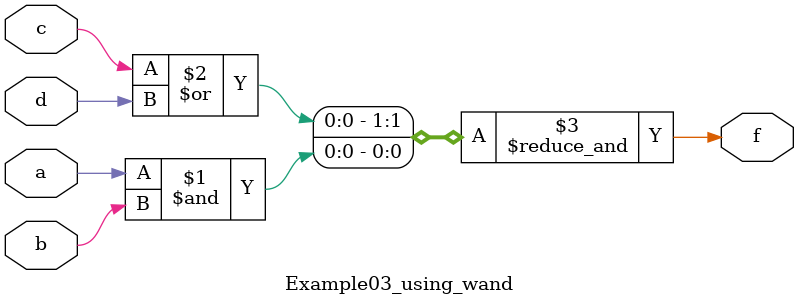
<source format=v>
module Example03_using_wand(a,b,c,d,f);
  input a,b,c,d;
  output wand f;
  assign f = a&b;
  assign f = c|d;
endmodule 

</source>
